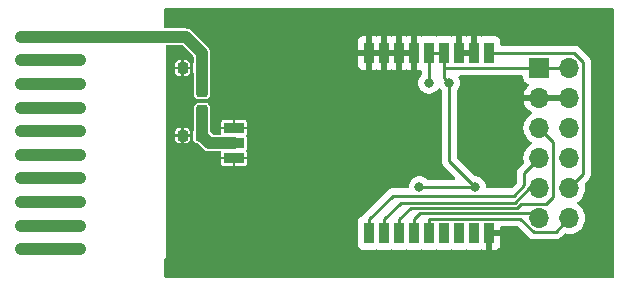
<source format=gbr>
%TF.GenerationSoftware,KiCad,Pcbnew,7.0.4*%
%TF.CreationDate,2023-05-26T13:22:51+02:00*%
%TF.ProjectId,RC_ST_868_PMOD,52435f53-545f-4383-9638-5f504d4f442e,rev?*%
%TF.SameCoordinates,Original*%
%TF.FileFunction,Copper,L1,Top*%
%TF.FilePolarity,Positive*%
%FSLAX46Y46*%
G04 Gerber Fmt 4.6, Leading zero omitted, Abs format (unit mm)*
G04 Created by KiCad (PCBNEW 7.0.4) date 2023-05-26 13:22:51*
%MOMM*%
%LPD*%
G01*
G04 APERTURE LIST*
G04 Aperture macros list*
%AMRoundRect*
0 Rectangle with rounded corners*
0 $1 Rounding radius*
0 $2 $3 $4 $5 $6 $7 $8 $9 X,Y pos of 4 corners*
0 Add a 4 corners polygon primitive as box body*
4,1,4,$2,$3,$4,$5,$6,$7,$8,$9,$2,$3,0*
0 Add four circle primitives for the rounded corners*
1,1,$1+$1,$2,$3*
1,1,$1+$1,$4,$5*
1,1,$1+$1,$6,$7*
1,1,$1+$1,$8,$9*
0 Add four rect primitives between the rounded corners*
20,1,$1+$1,$2,$3,$4,$5,0*
20,1,$1+$1,$4,$5,$6,$7,0*
20,1,$1+$1,$6,$7,$8,$9,0*
20,1,$1+$1,$8,$9,$2,$3,0*%
%AMOutline4P*
0 Free polygon, 4 corners , with rotation*
0 The origin of the aperture is its center*
0 number of corners: always 4*
0 $1 to $8 corner X, Y*
0 $9 Rotation angle, in degrees counterclockwise*
0 create outline with 4 corners*
4,1,4,$1,$2,$3,$4,$5,$6,$7,$8,$1,$2,$9*%
G04 Aperture macros list end*
%TA.AperFunction,EtchedComponent*%
%ADD10C,1.000000*%
%TD*%
%TA.AperFunction,ComponentPad*%
%ADD11R,1.700000X1.700000*%
%TD*%
%TA.AperFunction,ComponentPad*%
%ADD12O,1.700000X1.700000*%
%TD*%
%TA.AperFunction,SMDPad,CuDef*%
%ADD13RoundRect,0.225000X0.225000X0.250000X-0.225000X0.250000X-0.225000X-0.250000X0.225000X-0.250000X0*%
%TD*%
%TA.AperFunction,SMDPad,CuDef*%
%ADD14RoundRect,0.218750X0.256250X-0.218750X0.256250X0.218750X-0.256250X0.218750X-0.256250X-0.218750X0*%
%TD*%
%TA.AperFunction,ComponentPad*%
%ADD15C,1.000000*%
%TD*%
%TA.AperFunction,SMDPad,CuDef*%
%ADD16Outline4P,-0.350000X-0.400000X0.350000X-0.400000X0.050000X0.400000X-0.050000X0.400000X270.000000*%
%TD*%
%TA.AperFunction,SMDPad,CuDef*%
%ADD17R,0.900000X1.800000*%
%TD*%
%TA.AperFunction,SMDPad,CuDef*%
%ADD18R,1.800000X0.900000*%
%TD*%
%TA.AperFunction,ViaPad*%
%ADD19C,0.800000*%
%TD*%
%TA.AperFunction,Conductor*%
%ADD20C,0.250000*%
%TD*%
%TA.AperFunction,Conductor*%
%ADD21C,1.000000*%
%TD*%
G04 APERTURE END LIST*
D10*
%TO.C,AE1*%
X105960000Y-58530000D02*
X110960000Y-58530000D01*
X105960000Y-56530000D02*
X110960000Y-56530000D01*
X105960000Y-54530000D02*
X110960000Y-54530000D01*
X105960000Y-52530000D02*
X110960000Y-52530000D01*
X105960000Y-50530000D02*
X110960000Y-50530000D01*
X105960000Y-48530000D02*
X110960000Y-48530000D01*
X105960000Y-46530000D02*
X110960000Y-46530000D01*
X105960000Y-44530000D02*
X110960000Y-44530000D01*
X105960000Y-42530000D02*
X110960000Y-42530000D01*
X116960000Y-40530000D02*
X105960000Y-40530000D01*
%TD*%
D11*
%TO.P,J1,1,Pin_1*%
%TO.N,VCC*%
X149860000Y-43180000D03*
D12*
%TO.P,J1,2,Pin_2*%
X152400000Y-43180000D03*
%TO.P,J1,3,Pin_3*%
%TO.N,GND*%
X149860000Y-45720000D03*
%TO.P,J1,4,Pin_4*%
X152400000Y-45720000D03*
%TO.P,J1,5,Pin_5*%
%TO.N,SCK*%
X149860000Y-48260000D03*
%TO.P,J1,6,Pin_6*%
%TO.N,unconnected-(J1-Pin_6-Pad6)*%
X152400000Y-48260000D03*
%TO.P,J1,7,Pin_7*%
%TO.N,MISO*%
X149860000Y-50800000D03*
%TO.P,J1,8,Pin_8*%
%TO.N,nCS2*%
X152400000Y-50800000D03*
%TO.P,J1,9,Pin_9*%
%TO.N,MOSI*%
X149860000Y-53340000D03*
%TO.P,J1,10,Pin_10*%
%TO.N,RESET*%
X152400000Y-53340000D03*
%TO.P,J1,11,Pin_11*%
%TO.N,nCS*%
X149860000Y-55880000D03*
%TO.P,J1,12,Pin_12*%
%TO.N,IRQ*%
X152400000Y-55880000D03*
%TD*%
D13*
%TO.P,M1,1*%
%TO.N,Net-(U1-ANT)*%
X121197500Y-48895000D03*
%TO.P,M1,2*%
%TO.N,GND*%
X119647500Y-48895000D03*
%TD*%
D14*
%TO.P,M2,1*%
%TO.N,Net-(U1-ANT)*%
X121285000Y-46747500D03*
%TO.P,M2,2*%
%TO.N,Net-(AE1-A)*%
X121285000Y-45172500D03*
%TD*%
D13*
%TO.P,M3,1*%
%TO.N,Net-(AE1-A)*%
X121197500Y-43180000D03*
%TO.P,M3,2*%
%TO.N,GND*%
X119647500Y-43180000D03*
%TD*%
D15*
%TO.P,AE1,*%
%TO.N,*%
X105960000Y-58530000D03*
X110960000Y-58530000D03*
X105960000Y-56530000D03*
X110960000Y-56530000D03*
X105960000Y-54530000D03*
X110960000Y-54530000D03*
X105960000Y-52530000D03*
X110960000Y-52530000D03*
X105960000Y-50530000D03*
X110960000Y-50530000D03*
X105960000Y-48530000D03*
X110960000Y-48530000D03*
X105960000Y-46530000D03*
X110960000Y-46530000D03*
X105960000Y-44530000D03*
X110960000Y-44530000D03*
X105960000Y-42530000D03*
X110960000Y-42530000D03*
X105960000Y-40530000D03*
D16*
%TO.P,AE1,1,A*%
%TO.N,Net-(AE1-A)*%
X117660000Y-40530000D03*
%TD*%
D17*
%TO.P,U1,1,MISO*%
%TO.N,MISO*%
X135430000Y-57155000D03*
%TO.P,U1,2,MOSI*%
%TO.N,MOSI*%
X136700000Y-57155000D03*
%TO.P,U1,3,SCLK*%
%TO.N,SCK*%
X137970000Y-57155000D03*
%TO.P,U1,4,~{CS}*%
%TO.N,nCS*%
X139240000Y-57155000D03*
%TO.P,U1,5,GPIO0*%
%TO.N,IRQ*%
X140510000Y-57155000D03*
%TO.P,U1,6,GPIO1*%
%TO.N,unconnected-(U1-GPIO1-Pad6)*%
X141780000Y-57155000D03*
%TO.P,U1,7,GPIO2*%
%TO.N,unconnected-(U1-GPIO2-Pad7)*%
X143050000Y-57155000D03*
%TO.P,U1,8,GPIO3*%
%TO.N,unconnected-(U1-GPIO3-Pad8)*%
X144320000Y-57155000D03*
%TO.P,U1,9,GND*%
%TO.N,GND*%
X145590000Y-57155000D03*
%TO.P,U1,10,SDN*%
%TO.N,RESET*%
X145590000Y-41905000D03*
%TO.P,U1,11,GND*%
%TO.N,GND*%
X144320000Y-41905000D03*
%TO.P,U1,12,GND*%
X143050000Y-41905000D03*
%TO.P,U1,13,VCC*%
%TO.N,VCC*%
X141780000Y-41905000D03*
%TO.P,U1,14,VCC*%
X140510000Y-41905000D03*
%TO.P,U1,15,GND*%
%TO.N,GND*%
X139240000Y-41905000D03*
%TO.P,U1,16,GND*%
X137970000Y-41905000D03*
%TO.P,U1,17,GND*%
X136700000Y-41905000D03*
%TO.P,U1,18,GND*%
X135430000Y-41905000D03*
D18*
%TO.P,U1,19,GND*%
X124000000Y-48255000D03*
%TO.P,U1,20,ANT*%
%TO.N,Net-(U1-ANT)*%
X124000000Y-49525000D03*
%TO.P,U1,21,GND*%
%TO.N,GND*%
X124000000Y-50795000D03*
%TD*%
D19*
%TO.N,GND*%
X123825000Y-60325000D03*
X140970000Y-50800000D03*
X118745000Y-60325000D03*
X153035000Y-38735000D03*
X149225000Y-38735000D03*
X141605000Y-38735000D03*
X147320000Y-44450000D03*
X155575000Y-48895000D03*
X155575000Y-50165000D03*
X138430000Y-44450000D03*
X155575000Y-56515000D03*
X155575000Y-45085000D03*
X126365000Y-38735000D03*
X132715000Y-38735000D03*
X136525000Y-60325000D03*
X140335000Y-60325000D03*
X130175000Y-60325000D03*
X146685000Y-38735000D03*
X133985000Y-38735000D03*
X155575000Y-41275000D03*
X139065000Y-60325000D03*
X135255000Y-60325000D03*
X155575000Y-43815000D03*
X127635000Y-60325000D03*
X133985000Y-60325000D03*
X131445000Y-38735000D03*
X154305000Y-38735000D03*
X122555000Y-38735000D03*
X128905000Y-38735000D03*
X155575000Y-60325000D03*
X121285000Y-38735000D03*
X131445000Y-60325000D03*
X155575000Y-55245000D03*
X144145000Y-38735000D03*
X150495000Y-60325000D03*
X137795000Y-38735000D03*
X155575000Y-38735000D03*
X155575000Y-46355000D03*
X136525000Y-38735000D03*
X155575000Y-52705000D03*
X132715000Y-60325000D03*
X155575000Y-59055000D03*
X125095000Y-60325000D03*
X144145000Y-60325000D03*
X145415000Y-38735000D03*
X155575000Y-57785000D03*
X142875000Y-38735000D03*
X148590000Y-49530000D03*
X147955000Y-38735000D03*
X144145000Y-44450000D03*
X154305000Y-60325000D03*
X122555000Y-60325000D03*
X123825000Y-38735000D03*
X120015000Y-60325000D03*
X128905000Y-60325000D03*
X118745000Y-38735000D03*
X155575000Y-42545000D03*
X120015000Y-38735000D03*
X137795000Y-60325000D03*
X121285000Y-60325000D03*
X140335000Y-38735000D03*
X149225000Y-60325000D03*
X151765000Y-38735000D03*
X130175000Y-38735000D03*
X125095000Y-38735000D03*
X150495000Y-38735000D03*
X155575000Y-47625000D03*
X155575000Y-40005000D03*
X153035000Y-60325000D03*
X127635000Y-38735000D03*
X135255000Y-38735000D03*
X126365000Y-60325000D03*
X146685000Y-60325000D03*
X145415000Y-60325000D03*
X151765000Y-60325000D03*
X147955000Y-60325000D03*
X155575000Y-53975000D03*
X155575000Y-51435000D03*
X139065000Y-38735000D03*
X140970000Y-47625000D03*
X141605000Y-60325000D03*
X142875000Y-60325000D03*
%TO.N,nCS*%
X139240000Y-57155000D03*
%TO.N,VCC*%
X140505000Y-44450000D03*
X144422500Y-53250500D03*
X139700000Y-53250500D03*
X142240000Y-44450000D03*
%TD*%
D20*
%TO.N,nCS*%
X139765000Y-55480000D02*
X149460000Y-55480000D01*
X149460000Y-55480000D02*
X149860000Y-55880000D01*
X139240000Y-56005000D02*
X139765000Y-55480000D01*
X139240000Y-57155000D02*
X139240000Y-56005000D01*
%TO.N,SCK*%
X138945000Y-55030000D02*
X147955000Y-55030000D01*
X151035000Y-49435000D02*
X149860000Y-48260000D01*
X150400000Y-54705000D02*
X151035000Y-54070000D01*
X137970000Y-57155000D02*
X137970000Y-56005000D01*
X147955000Y-55030000D02*
X148280000Y-54705000D01*
X137970000Y-56005000D02*
X138945000Y-55030000D01*
X148280000Y-54705000D02*
X150400000Y-54705000D01*
X151035000Y-54070000D02*
X151035000Y-49435000D01*
%TO.N,MOSI*%
X147768604Y-54580000D02*
X149008604Y-53340000D01*
X136700000Y-56005000D02*
X138125000Y-54580000D01*
X136700000Y-57155000D02*
X136700000Y-56005000D01*
X138125000Y-54580000D02*
X147768604Y-54580000D01*
X149008604Y-53340000D02*
X149860000Y-53340000D01*
%TO.N,MISO*%
X135430000Y-56005000D02*
X137460000Y-53975000D01*
X148590000Y-52070000D02*
X149860000Y-50800000D01*
X137460000Y-53975000D02*
X147737208Y-53975000D01*
X147737208Y-53975000D02*
X148590000Y-53122208D01*
X148590000Y-53122208D02*
X148590000Y-52070000D01*
X135430000Y-57155000D02*
X135430000Y-56005000D01*
%TO.N,VCC*%
X141780000Y-41905000D02*
X141780000Y-43055000D01*
X140510000Y-41905000D02*
X141780000Y-41905000D01*
X139700000Y-53250500D02*
X144422500Y-53250500D01*
X144422500Y-53250500D02*
X142240000Y-51068000D01*
X140510000Y-41905000D02*
X140510000Y-44445000D01*
X149860000Y-43180000D02*
X152400000Y-43180000D01*
X141780000Y-43990000D02*
X141780000Y-41905000D01*
X141905000Y-43180000D02*
X149860000Y-43180000D01*
X141780000Y-43055000D02*
X141905000Y-43180000D01*
X140510000Y-44445000D02*
X140505000Y-44450000D01*
X142240000Y-44450000D02*
X141780000Y-43990000D01*
X142240000Y-51068000D02*
X142240000Y-44450000D01*
D21*
%TO.N,Net-(AE1-A)*%
X119795000Y-40530000D02*
X119905000Y-40530000D01*
X121285000Y-41910000D02*
X121285000Y-45085000D01*
X121285000Y-41910000D02*
X120015000Y-40640000D01*
X115000000Y-40530000D02*
X119795000Y-40530000D01*
%TO.N,Net-(U1-ANT)*%
X121915000Y-49525000D02*
X121285000Y-48895000D01*
X121285000Y-46835000D02*
X121285000Y-48895000D01*
X124000000Y-49525000D02*
X121915000Y-49525000D01*
D20*
%TO.N,IRQ*%
X149373299Y-57055000D02*
X151225000Y-57055000D01*
X140585000Y-55930000D02*
X148248299Y-55930000D01*
X151225000Y-57055000D02*
X152400000Y-55880000D01*
X148248299Y-55930000D02*
X149373299Y-57055000D01*
X140510000Y-56005000D02*
X140585000Y-55930000D01*
X140510000Y-57155000D02*
X140510000Y-56005000D01*
%TO.N,RESET*%
X152786701Y-41905000D02*
X153575000Y-42693299D01*
X153575000Y-52165000D02*
X152400000Y-53340000D01*
X153575000Y-42693299D02*
X153575000Y-52165000D01*
X145590000Y-41905000D02*
X152786701Y-41905000D01*
%TD*%
%TA.AperFunction,Conductor*%
%TO.N,GND*%
G36*
X148451622Y-43825502D02*
G01*
X148498115Y-43879158D01*
X148509501Y-43931500D01*
X148509501Y-44077864D01*
X148509502Y-44077885D01*
X148515908Y-44137480D01*
X148515908Y-44137481D01*
X148566201Y-44272326D01*
X148566203Y-44272329D01*
X148652453Y-44387546D01*
X148667690Y-44398952D01*
X148767669Y-44473796D01*
X148767671Y-44473796D01*
X148767673Y-44473798D01*
X148885162Y-44517618D01*
X148941998Y-44560164D01*
X148966810Y-44626684D01*
X148951719Y-44696058D01*
X148933833Y-44721011D01*
X148784674Y-44883041D01*
X148661580Y-45071451D01*
X148571179Y-45277543D01*
X148571176Y-45277550D01*
X148523455Y-45465999D01*
X148523456Y-45466000D01*
X149428884Y-45466000D01*
X149400507Y-45510156D01*
X149360000Y-45648111D01*
X149360000Y-45791889D01*
X149400507Y-45929844D01*
X149428884Y-45974000D01*
X148523455Y-45974000D01*
X148571176Y-46162449D01*
X148571179Y-46162456D01*
X148661580Y-46368548D01*
X148784674Y-46556958D01*
X148937097Y-46722534D01*
X149114698Y-46860767D01*
X149114704Y-46860771D01*
X149154816Y-46882479D01*
X149205206Y-46932493D01*
X149220558Y-47001810D01*
X149195996Y-47068422D01*
X149167117Y-47096505D01*
X148988602Y-47221502D01*
X148988596Y-47221507D01*
X148821507Y-47388596D01*
X148821498Y-47388607D01*
X148685966Y-47582167D01*
X148586098Y-47796334D01*
X148586096Y-47796338D01*
X148524937Y-48024588D01*
X148504341Y-48259999D01*
X148524937Y-48495411D01*
X148586096Y-48723661D01*
X148586097Y-48723663D01*
X148685965Y-48937830D01*
X148821505Y-49131401D01*
X148988599Y-49298495D01*
X148988602Y-49298497D01*
X149171819Y-49426787D01*
X149216147Y-49482244D01*
X149223456Y-49552863D01*
X149191425Y-49616224D01*
X149171819Y-49633213D01*
X148988602Y-49761502D01*
X148988596Y-49761507D01*
X148821507Y-49928596D01*
X148821498Y-49928607D01*
X148685966Y-50122167D01*
X148586098Y-50336334D01*
X148586096Y-50336338D01*
X148524937Y-50564588D01*
X148524937Y-50564592D01*
X148504341Y-50800000D01*
X148524937Y-51035408D01*
X148524938Y-51035413D01*
X148524937Y-51035413D01*
X148551556Y-51134758D01*
X148549866Y-51205735D01*
X148518944Y-51256463D01*
X148206365Y-51569042D01*
X148194031Y-51578925D01*
X148194228Y-51579163D01*
X148188123Y-51584213D01*
X148141450Y-51633913D01*
X148140077Y-51635330D01*
X148119878Y-51655530D01*
X148115647Y-51660983D01*
X148111800Y-51665486D01*
X148079940Y-51699414D01*
X148079935Y-51699421D01*
X148070357Y-51716843D01*
X148059508Y-51733358D01*
X148047331Y-51749056D01*
X148047327Y-51749064D01*
X148028839Y-51791784D01*
X148026228Y-51797114D01*
X148003802Y-51837909D01*
X147998860Y-51857158D01*
X147992458Y-51875857D01*
X147984561Y-51894105D01*
X147977279Y-51940079D01*
X147976075Y-51945890D01*
X147964500Y-51990981D01*
X147964500Y-52010855D01*
X147962949Y-52030565D01*
X147959840Y-52050195D01*
X147959840Y-52050196D01*
X147964220Y-52096534D01*
X147964500Y-52102467D01*
X147964500Y-52810926D01*
X147944498Y-52879047D01*
X147927595Y-52900021D01*
X147515020Y-53312596D01*
X147452710Y-53346620D01*
X147425927Y-53349500D01*
X145451816Y-53349500D01*
X145383695Y-53329498D01*
X145337202Y-53275842D01*
X145326506Y-53236670D01*
X145308174Y-53062243D01*
X145249681Y-52882221D01*
X145249677Y-52882213D01*
X145155034Y-52718285D01*
X145155033Y-52718283D01*
X145028373Y-52577613D01*
X144875232Y-52466350D01*
X144875232Y-52466349D01*
X144719678Y-52397092D01*
X144702303Y-52389356D01*
X144702301Y-52389355D01*
X144702300Y-52389355D01*
X144517146Y-52350000D01*
X144458780Y-52350000D01*
X144390659Y-52329998D01*
X144369685Y-52313095D01*
X142902405Y-50845814D01*
X142868379Y-50783502D01*
X142865500Y-50756719D01*
X142865500Y-45149454D01*
X142885502Y-45081333D01*
X142897864Y-45065143D01*
X142972533Y-44982216D01*
X143067179Y-44818284D01*
X143125674Y-44638256D01*
X143145460Y-44450000D01*
X143125674Y-44261744D01*
X143111622Y-44218497D01*
X143067181Y-44081721D01*
X143067178Y-44081714D01*
X143016825Y-43994500D01*
X143000087Y-43925505D01*
X143023307Y-43858413D01*
X143079115Y-43814526D01*
X143125944Y-43805500D01*
X148383501Y-43805500D01*
X148451622Y-43825502D01*
G37*
%TD.AperFunction*%
%TA.AperFunction,Conductor*%
G36*
X151940507Y-45510156D02*
G01*
X151900000Y-45648111D01*
X151900000Y-45791889D01*
X151940507Y-45929844D01*
X151968884Y-45974000D01*
X150291116Y-45974000D01*
X150319493Y-45929844D01*
X150360000Y-45791889D01*
X150360000Y-45648111D01*
X150319493Y-45510156D01*
X150291116Y-45466000D01*
X151968884Y-45466000D01*
X151940507Y-45510156D01*
G37*
%TD.AperFunction*%
%TA.AperFunction,Conductor*%
G36*
X156126621Y-38145502D02*
G01*
X156173114Y-38199158D01*
X156184500Y-38251500D01*
X156184500Y-60808500D01*
X156164498Y-60876621D01*
X156110842Y-60923114D01*
X156058500Y-60934500D01*
X127000000Y-60934500D01*
X127000000Y-58102864D01*
X134479500Y-58102864D01*
X134479502Y-58102885D01*
X134485908Y-58162480D01*
X134485908Y-58162481D01*
X134536201Y-58297326D01*
X134536203Y-58297329D01*
X134536204Y-58297331D01*
X134564845Y-58335591D01*
X134622453Y-58412546D01*
X134680061Y-58455671D01*
X134737669Y-58498796D01*
X134737671Y-58498796D01*
X134737673Y-58498798D01*
X134795000Y-58520179D01*
X134872514Y-58549090D01*
X134872517Y-58549091D01*
X134932127Y-58555500D01*
X135927872Y-58555499D01*
X135987483Y-58549091D01*
X136020967Y-58536601D01*
X136091782Y-58531536D01*
X136109029Y-58536601D01*
X136142514Y-58549090D01*
X136142517Y-58549091D01*
X136202127Y-58555500D01*
X137197872Y-58555499D01*
X137257483Y-58549091D01*
X137290967Y-58536601D01*
X137361782Y-58531536D01*
X137379029Y-58536601D01*
X137412514Y-58549090D01*
X137412517Y-58549091D01*
X137472127Y-58555500D01*
X138467872Y-58555499D01*
X138527483Y-58549091D01*
X138560967Y-58536601D01*
X138631782Y-58531536D01*
X138649029Y-58536601D01*
X138682514Y-58549090D01*
X138682517Y-58549091D01*
X138742127Y-58555500D01*
X139737872Y-58555499D01*
X139797483Y-58549091D01*
X139830967Y-58536601D01*
X139901782Y-58531536D01*
X139919029Y-58536601D01*
X139952514Y-58549090D01*
X139952517Y-58549091D01*
X140012127Y-58555500D01*
X141007872Y-58555499D01*
X141067483Y-58549091D01*
X141100967Y-58536601D01*
X141171782Y-58531536D01*
X141189029Y-58536601D01*
X141222514Y-58549090D01*
X141222517Y-58549091D01*
X141282127Y-58555500D01*
X142277872Y-58555499D01*
X142337483Y-58549091D01*
X142370967Y-58536601D01*
X142441782Y-58531536D01*
X142459029Y-58536601D01*
X142492514Y-58549090D01*
X142492517Y-58549091D01*
X142552127Y-58555500D01*
X143547872Y-58555499D01*
X143607483Y-58549091D01*
X143640967Y-58536601D01*
X143711782Y-58531536D01*
X143729029Y-58536601D01*
X143762514Y-58549090D01*
X143762517Y-58549091D01*
X143822127Y-58555500D01*
X144817872Y-58555499D01*
X144877483Y-58549091D01*
X144900238Y-58540603D01*
X144971051Y-58535539D01*
X144988300Y-58540604D01*
X145030902Y-58556493D01*
X145030906Y-58556494D01*
X145091402Y-58562999D01*
X145091415Y-58563000D01*
X145336000Y-58563000D01*
X145336000Y-57409000D01*
X145844000Y-57409000D01*
X145844000Y-58563000D01*
X146088585Y-58563000D01*
X146088597Y-58562999D01*
X146149093Y-58556494D01*
X146285964Y-58505444D01*
X146285965Y-58505444D01*
X146402904Y-58417904D01*
X146490444Y-58300965D01*
X146490444Y-58300964D01*
X146541494Y-58164093D01*
X146547999Y-58103597D01*
X146548000Y-58103585D01*
X146548000Y-57409000D01*
X145844000Y-57409000D01*
X145336000Y-57409000D01*
X145336000Y-57027000D01*
X145356002Y-56958879D01*
X145409658Y-56912386D01*
X145462000Y-56901000D01*
X146548000Y-56901000D01*
X146548000Y-56681500D01*
X146568002Y-56613379D01*
X146621658Y-56566886D01*
X146674000Y-56555500D01*
X147937018Y-56555500D01*
X148005139Y-56575502D01*
X148026114Y-56592405D01*
X148872342Y-57438634D01*
X148882222Y-57450967D01*
X148882461Y-57450770D01*
X148887510Y-57456872D01*
X148887513Y-57456877D01*
X148937227Y-57503562D01*
X148938616Y-57504908D01*
X148948300Y-57514592D01*
X148958823Y-57525116D01*
X148958830Y-57525122D01*
X148964270Y-57529342D01*
X148968784Y-57533197D01*
X149002717Y-57565062D01*
X149020138Y-57574639D01*
X149036651Y-57585485D01*
X149052363Y-57597673D01*
X149091943Y-57614800D01*
X149095083Y-57616159D01*
X149100413Y-57618770D01*
X149141207Y-57641197D01*
X149160463Y-57646141D01*
X149179156Y-57652541D01*
X149197403Y-57660437D01*
X149243382Y-57667719D01*
X149249163Y-57668915D01*
X149294280Y-57680500D01*
X149314155Y-57680500D01*
X149333865Y-57682051D01*
X149335021Y-57682234D01*
X149353495Y-57685160D01*
X149387696Y-57681927D01*
X149399834Y-57680780D01*
X149405767Y-57680500D01*
X151142034Y-57680500D01*
X151157743Y-57682234D01*
X151157773Y-57681927D01*
X151165665Y-57682673D01*
X151165666Y-57682672D01*
X151165667Y-57682673D01*
X151196297Y-57681710D01*
X151233830Y-57680531D01*
X151235809Y-57680500D01*
X151264345Y-57680500D01*
X151264350Y-57680500D01*
X151271179Y-57679636D01*
X151277088Y-57679171D01*
X151323627Y-57677709D01*
X151342711Y-57672163D01*
X151362070Y-57668154D01*
X151381792Y-57665664D01*
X151425080Y-57648524D01*
X151430680Y-57646606D01*
X151475390Y-57633618D01*
X151492498Y-57623499D01*
X151510245Y-57614805D01*
X151528732Y-57607486D01*
X151566396Y-57580120D01*
X151571344Y-57576869D01*
X151611420Y-57553170D01*
X151625475Y-57539114D01*
X151640511Y-57526273D01*
X151656587Y-57514594D01*
X151686270Y-57478711D01*
X151690237Y-57474351D01*
X151943537Y-57221051D01*
X152005847Y-57187027D01*
X152065237Y-57188440D01*
X152164592Y-57215063D01*
X152400000Y-57235659D01*
X152635408Y-57215063D01*
X152863663Y-57153903D01*
X153077830Y-57054035D01*
X153271401Y-56918495D01*
X153438495Y-56751401D01*
X153574035Y-56557830D01*
X153673903Y-56343663D01*
X153735063Y-56115408D01*
X153755659Y-55880000D01*
X153735063Y-55644592D01*
X153673903Y-55416337D01*
X153574035Y-55202171D01*
X153574034Y-55202170D01*
X153574033Y-55202167D01*
X153438501Y-55008607D01*
X153438497Y-55008602D01*
X153438495Y-55008599D01*
X153271401Y-54841505D01*
X153271397Y-54841502D01*
X153088181Y-54713212D01*
X153043853Y-54657755D01*
X153036544Y-54587135D01*
X153068575Y-54523775D01*
X153088179Y-54506788D01*
X153271401Y-54378495D01*
X153438495Y-54211401D01*
X153574035Y-54017830D01*
X153673903Y-53803663D01*
X153735063Y-53575408D01*
X153755659Y-53340000D01*
X153735063Y-53104592D01*
X153708442Y-53005239D01*
X153710132Y-52934265D01*
X153741052Y-52883537D01*
X153958632Y-52665957D01*
X153970963Y-52656081D01*
X153970765Y-52655842D01*
X153976868Y-52650791D01*
X153976877Y-52650786D01*
X154023579Y-52601052D01*
X154024893Y-52599696D01*
X154045120Y-52579471D01*
X154049349Y-52574017D01*
X154053182Y-52569529D01*
X154085062Y-52535582D01*
X154094638Y-52518160D01*
X154105493Y-52501636D01*
X154117673Y-52485936D01*
X154136172Y-52443185D01*
X154138762Y-52437899D01*
X154161197Y-52397092D01*
X154166137Y-52377847D01*
X154172544Y-52359135D01*
X154180438Y-52340896D01*
X154187724Y-52294887D01*
X154188921Y-52289111D01*
X154200500Y-52244019D01*
X154200500Y-52224143D01*
X154202051Y-52204434D01*
X154202321Y-52202727D01*
X154205160Y-52184804D01*
X154203379Y-52165965D01*
X154200780Y-52138463D01*
X154200500Y-52132531D01*
X154200500Y-42776258D01*
X154202234Y-42760548D01*
X154201926Y-42760519D01*
X154202672Y-42752631D01*
X154200531Y-42684486D01*
X154200500Y-42682507D01*
X154200500Y-42653953D01*
X154200500Y-42653949D01*
X154199634Y-42647100D01*
X154199171Y-42641217D01*
X154197709Y-42594672D01*
X154192163Y-42575587D01*
X154188154Y-42556221D01*
X154185665Y-42536512D01*
X154185664Y-42536510D01*
X154185664Y-42536507D01*
X154168522Y-42493212D01*
X154166606Y-42487616D01*
X154153618Y-42442909D01*
X154143498Y-42425798D01*
X154134799Y-42408040D01*
X154127486Y-42389567D01*
X154100126Y-42351910D01*
X154096864Y-42346944D01*
X154073171Y-42306878D01*
X154059117Y-42292824D01*
X154046277Y-42277791D01*
X154034595Y-42261713D01*
X154034593Y-42261711D01*
X154027398Y-42255759D01*
X153998718Y-42232033D01*
X153994345Y-42228053D01*
X153287661Y-41521368D01*
X153277777Y-41509031D01*
X153277538Y-41509229D01*
X153272489Y-41503126D01*
X153272487Y-41503123D01*
X153272483Y-41503119D01*
X153222756Y-41456421D01*
X153221366Y-41455074D01*
X153211255Y-41444963D01*
X153201177Y-41434884D01*
X153201170Y-41434878D01*
X153195724Y-41430652D01*
X153191215Y-41426801D01*
X153157284Y-41394938D01*
X153157282Y-41394937D01*
X153139858Y-41385358D01*
X153123334Y-41374503D01*
X153107638Y-41362328D01*
X153107637Y-41362327D01*
X153085293Y-41352657D01*
X153064907Y-41343835D01*
X153059576Y-41341223D01*
X153018795Y-41318804D01*
X153018791Y-41318802D01*
X152999547Y-41313861D01*
X152980844Y-41307458D01*
X152962597Y-41299562D01*
X152962594Y-41299561D01*
X152916624Y-41292280D01*
X152910812Y-41291076D01*
X152865721Y-41279500D01*
X152865720Y-41279500D01*
X152845845Y-41279500D01*
X152826135Y-41277949D01*
X152806505Y-41274840D01*
X152806504Y-41274840D01*
X152760166Y-41279220D01*
X152754233Y-41279500D01*
X146666499Y-41279500D01*
X146598378Y-41259498D01*
X146551885Y-41205842D01*
X146540499Y-41153500D01*
X146540499Y-40957135D01*
X146540499Y-40957128D01*
X146534091Y-40897517D01*
X146512800Y-40840435D01*
X146483798Y-40762673D01*
X146483796Y-40762670D01*
X146483796Y-40762669D01*
X146440671Y-40705061D01*
X146397546Y-40647453D01*
X146320591Y-40589845D01*
X146282331Y-40561204D01*
X146282329Y-40561203D01*
X146282326Y-40561201D01*
X146147483Y-40510909D01*
X146147486Y-40510909D01*
X146087873Y-40504500D01*
X145092135Y-40504500D01*
X145092114Y-40504502D01*
X145032517Y-40510908D01*
X145032515Y-40510909D01*
X145009758Y-40519396D01*
X144938942Y-40524458D01*
X144921699Y-40519395D01*
X144879095Y-40503505D01*
X144879096Y-40503505D01*
X144818597Y-40497000D01*
X144574000Y-40497000D01*
X144574000Y-42033000D01*
X144553998Y-42101121D01*
X144500342Y-42147614D01*
X144448000Y-42159000D01*
X142922000Y-42159000D01*
X142853879Y-42138998D01*
X142807386Y-42085342D01*
X142796000Y-42033000D01*
X142796000Y-40497000D01*
X143304000Y-40497000D01*
X143304000Y-41651000D01*
X144066000Y-41651000D01*
X144066000Y-40497000D01*
X143821402Y-40497000D01*
X143760906Y-40503505D01*
X143729030Y-40515394D01*
X143658214Y-40520457D01*
X143640970Y-40515394D01*
X143609093Y-40503505D01*
X143548597Y-40497000D01*
X143304000Y-40497000D01*
X142796000Y-40497000D01*
X142551402Y-40497000D01*
X142490904Y-40503505D01*
X142448297Y-40519396D01*
X142377481Y-40524459D01*
X142360240Y-40519396D01*
X142337488Y-40510910D01*
X142337484Y-40510909D01*
X142337483Y-40510909D01*
X142277873Y-40504500D01*
X141282135Y-40504500D01*
X141282114Y-40504502D01*
X141222520Y-40510908D01*
X141222516Y-40510909D01*
X141189030Y-40523398D01*
X141118214Y-40528461D01*
X141100970Y-40523398D01*
X141067486Y-40510910D01*
X141067484Y-40510909D01*
X141007873Y-40504500D01*
X140012135Y-40504500D01*
X140012114Y-40504502D01*
X139952517Y-40510908D01*
X139952515Y-40510909D01*
X139929758Y-40519396D01*
X139858942Y-40524458D01*
X139841699Y-40519395D01*
X139799095Y-40503505D01*
X139799096Y-40503505D01*
X139738597Y-40497000D01*
X139494000Y-40497000D01*
X139494000Y-43313000D01*
X139738585Y-43313000D01*
X139738593Y-43312999D01*
X139745021Y-43312308D01*
X139814890Y-43324908D01*
X139866856Y-43373282D01*
X139884500Y-43437585D01*
X139884500Y-43744991D01*
X139864498Y-43813112D01*
X139852137Y-43829301D01*
X139772464Y-43917787D01*
X139677822Y-44081713D01*
X139677818Y-44081721D01*
X139619325Y-44261743D01*
X139599540Y-44449999D01*
X139619325Y-44638256D01*
X139677818Y-44818278D01*
X139677822Y-44818286D01*
X139772465Y-44982214D01*
X139772466Y-44982216D01*
X139899126Y-45122886D01*
X140052267Y-45234149D01*
X140052267Y-45234150D01*
X140099612Y-45255229D01*
X140225197Y-45311144D01*
X140410354Y-45350500D01*
X140599646Y-45350500D01*
X140784803Y-45311144D01*
X140957730Y-45234151D01*
X140957730Y-45234150D01*
X140957732Y-45234150D01*
X140957732Y-45234149D01*
X141110871Y-45122888D01*
X141148288Y-45081333D01*
X141237532Y-44982217D01*
X141263380Y-44937447D01*
X141314762Y-44888453D01*
X141384476Y-44875016D01*
X141450387Y-44901402D01*
X141481619Y-44937446D01*
X141507465Y-44982214D01*
X141507467Y-44982216D01*
X141564218Y-45045244D01*
X141582136Y-45065143D01*
X141612853Y-45129150D01*
X141614500Y-45149454D01*
X141614500Y-50985034D01*
X141612765Y-51000745D01*
X141613073Y-51000775D01*
X141612326Y-51008667D01*
X141614469Y-51076830D01*
X141614500Y-51078809D01*
X141614500Y-51107351D01*
X141615362Y-51114182D01*
X141615828Y-51120096D01*
X141617290Y-51166623D01*
X141617291Y-51166627D01*
X141622836Y-51185715D01*
X141626843Y-51205065D01*
X141629335Y-51224788D01*
X141629336Y-51224791D01*
X141646470Y-51268070D01*
X141648393Y-51273686D01*
X141661381Y-51318387D01*
X141661381Y-51318389D01*
X141671500Y-51335500D01*
X141680192Y-51353244D01*
X141687510Y-51371724D01*
X141687513Y-51371730D01*
X141714874Y-51409390D01*
X141718134Y-51414353D01*
X141741830Y-51454420D01*
X141755883Y-51468473D01*
X141768721Y-51483504D01*
X141780405Y-51499586D01*
X141816276Y-51529261D01*
X141820657Y-51533247D01*
X142697315Y-52409906D01*
X142731340Y-52472217D01*
X142726275Y-52543033D01*
X142683728Y-52599868D01*
X142617208Y-52624679D01*
X142608219Y-52625000D01*
X140404639Y-52625000D01*
X140336518Y-52604998D01*
X140311004Y-52583312D01*
X140305872Y-52577612D01*
X140152732Y-52466350D01*
X140152732Y-52466349D01*
X139997178Y-52397092D01*
X139979803Y-52389356D01*
X139979801Y-52389355D01*
X139979800Y-52389355D01*
X139794646Y-52350000D01*
X139605354Y-52350000D01*
X139420199Y-52389355D01*
X139247267Y-52466349D01*
X139247267Y-52466350D01*
X139094126Y-52577613D01*
X138967466Y-52718283D01*
X138967465Y-52718285D01*
X138872822Y-52882213D01*
X138872818Y-52882221D01*
X138814325Y-53062243D01*
X138795994Y-53236670D01*
X138768981Y-53302327D01*
X138710760Y-53342957D01*
X138670684Y-53349500D01*
X137542966Y-53349500D01*
X137527256Y-53347765D01*
X137527227Y-53348073D01*
X137519334Y-53347326D01*
X137451156Y-53349469D01*
X137449177Y-53349500D01*
X137420645Y-53349500D01*
X137413814Y-53350362D01*
X137407906Y-53350827D01*
X137361374Y-53352289D01*
X137361365Y-53352291D01*
X137342273Y-53357837D01*
X137322925Y-53361844D01*
X137303211Y-53364335D01*
X137303207Y-53364336D01*
X137259928Y-53381470D01*
X137254313Y-53383393D01*
X137209610Y-53396382D01*
X137192494Y-53406503D01*
X137174753Y-53415194D01*
X137156268Y-53422513D01*
X137118614Y-53449870D01*
X137113653Y-53453129D01*
X137073580Y-53476829D01*
X137059522Y-53490887D01*
X137044497Y-53503719D01*
X137034963Y-53510646D01*
X137028411Y-53515407D01*
X136998738Y-53551276D01*
X136994742Y-53555667D01*
X135046365Y-55504042D01*
X135034031Y-55513925D01*
X135034228Y-55514163D01*
X135028123Y-55519213D01*
X134981450Y-55568913D01*
X134980077Y-55570330D01*
X134959878Y-55590530D01*
X134955647Y-55595983D01*
X134951800Y-55600486D01*
X134919940Y-55634414D01*
X134919935Y-55634421D01*
X134910357Y-55651843D01*
X134899508Y-55668358D01*
X134887331Y-55684056D01*
X134887324Y-55684068D01*
X134871836Y-55719857D01*
X134826423Y-55774430D01*
X134800236Y-55787867D01*
X134737668Y-55811204D01*
X134622453Y-55897453D01*
X134536203Y-56012670D01*
X134536201Y-56012673D01*
X134485909Y-56147515D01*
X134479500Y-56207121D01*
X134479500Y-58102864D01*
X127000000Y-58102864D01*
X127000000Y-42159000D01*
X134472000Y-42159000D01*
X134472000Y-42853597D01*
X134478505Y-42914093D01*
X134529555Y-43050964D01*
X134529555Y-43050965D01*
X134617095Y-43167904D01*
X134734034Y-43255444D01*
X134870906Y-43306494D01*
X134931402Y-43312999D01*
X134931415Y-43313000D01*
X135176000Y-43313000D01*
X135176000Y-42159000D01*
X135684000Y-42159000D01*
X135684000Y-43313000D01*
X135928585Y-43313000D01*
X135928597Y-43312999D01*
X135989093Y-43306494D01*
X135989098Y-43306493D01*
X136020966Y-43294607D01*
X136091782Y-43289541D01*
X136109034Y-43294607D01*
X136140901Y-43306493D01*
X136140906Y-43306494D01*
X136201402Y-43312999D01*
X136201415Y-43313000D01*
X136446000Y-43313000D01*
X136446000Y-42159000D01*
X136954000Y-42159000D01*
X136954000Y-43313000D01*
X137198585Y-43313000D01*
X137198597Y-43312999D01*
X137259093Y-43306494D01*
X137259098Y-43306493D01*
X137290966Y-43294607D01*
X137361782Y-43289541D01*
X137379034Y-43294607D01*
X137410901Y-43306493D01*
X137410906Y-43306494D01*
X137471402Y-43312999D01*
X137471415Y-43313000D01*
X137716000Y-43313000D01*
X137716000Y-42159000D01*
X138224000Y-42159000D01*
X138224000Y-43313000D01*
X138468585Y-43313000D01*
X138468597Y-43312999D01*
X138529093Y-43306494D01*
X138529098Y-43306493D01*
X138560966Y-43294607D01*
X138631782Y-43289541D01*
X138649034Y-43294607D01*
X138680901Y-43306493D01*
X138680906Y-43306494D01*
X138741402Y-43312999D01*
X138741415Y-43313000D01*
X138986000Y-43313000D01*
X138986000Y-42159000D01*
X138224000Y-42159000D01*
X137716000Y-42159000D01*
X136954000Y-42159000D01*
X136446000Y-42159000D01*
X135684000Y-42159000D01*
X135176000Y-42159000D01*
X134472000Y-42159000D01*
X127000000Y-42159000D01*
X127000000Y-41651000D01*
X134472000Y-41651000D01*
X135176000Y-41651000D01*
X135176000Y-40497000D01*
X135684000Y-40497000D01*
X135684000Y-41651000D01*
X136446000Y-41651000D01*
X136446000Y-40497000D01*
X136954000Y-40497000D01*
X136954000Y-41651000D01*
X137716000Y-41651000D01*
X137716000Y-40497000D01*
X138224000Y-40497000D01*
X138224000Y-41651000D01*
X138986000Y-41651000D01*
X138986000Y-40497000D01*
X138741402Y-40497000D01*
X138680906Y-40503505D01*
X138649030Y-40515394D01*
X138578214Y-40520457D01*
X138560970Y-40515394D01*
X138529093Y-40503505D01*
X138468597Y-40497000D01*
X138224000Y-40497000D01*
X137716000Y-40497000D01*
X137471402Y-40497000D01*
X137410906Y-40503505D01*
X137379030Y-40515394D01*
X137308214Y-40520457D01*
X137290970Y-40515394D01*
X137259093Y-40503505D01*
X137198597Y-40497000D01*
X136954000Y-40497000D01*
X136446000Y-40497000D01*
X136201402Y-40497000D01*
X136140906Y-40503505D01*
X136109030Y-40515394D01*
X136038214Y-40520457D01*
X136020970Y-40515394D01*
X135989093Y-40503505D01*
X135928597Y-40497000D01*
X135684000Y-40497000D01*
X135176000Y-40497000D01*
X134931402Y-40497000D01*
X134870906Y-40503505D01*
X134734035Y-40554555D01*
X134734034Y-40554555D01*
X134617095Y-40642095D01*
X134529555Y-40759034D01*
X134529555Y-40759035D01*
X134478505Y-40895906D01*
X134472000Y-40956402D01*
X134472000Y-41651000D01*
X127000000Y-41651000D01*
X127000000Y-38125500D01*
X156058500Y-38125500D01*
X156126621Y-38145502D01*
G37*
%TD.AperFunction*%
%TD*%
%TA.AperFunction,Conductor*%
%TO.N,GND*%
G36*
X127000000Y-60934500D02*
G01*
X118209000Y-60934500D01*
X118150809Y-60915593D01*
X118114845Y-60866093D01*
X118110000Y-60835500D01*
X118110000Y-59329000D01*
X118128907Y-59270809D01*
X118178407Y-59234845D01*
X118209000Y-59230000D01*
X118259999Y-59230000D01*
X118260000Y-59230000D01*
X118260000Y-51264700D01*
X122900000Y-51264700D01*
X122911603Y-51323036D01*
X122955806Y-51389189D01*
X122955810Y-51389193D01*
X123021963Y-51433396D01*
X123080299Y-51444999D01*
X123080303Y-51445000D01*
X123899999Y-51445000D01*
X123900000Y-51444998D01*
X124100000Y-51444998D01*
X124100001Y-51445000D01*
X124919697Y-51445000D01*
X124919700Y-51444999D01*
X124978036Y-51433396D01*
X125044189Y-51389193D01*
X125044193Y-51389189D01*
X125088396Y-51323036D01*
X125099999Y-51264700D01*
X125100000Y-51264697D01*
X125100000Y-50895001D01*
X125099999Y-50895000D01*
X124100001Y-50895000D01*
X124100000Y-50895001D01*
X124100000Y-51444998D01*
X123900000Y-51444998D01*
X123900000Y-50895001D01*
X123899999Y-50895000D01*
X122900001Y-50895000D01*
X122900000Y-50895001D01*
X122900000Y-51264700D01*
X118260000Y-51264700D01*
X118260000Y-49178453D01*
X118997500Y-49178453D01*
X119013260Y-49277965D01*
X119013262Y-49277969D01*
X119074381Y-49397921D01*
X119169578Y-49493118D01*
X119289530Y-49554237D01*
X119289529Y-49554237D01*
X119389045Y-49569999D01*
X119547500Y-49569999D01*
X119547500Y-49569998D01*
X119747499Y-49569998D01*
X119747500Y-49569999D01*
X119905953Y-49569999D01*
X120005465Y-49554239D01*
X120005469Y-49554237D01*
X120125421Y-49493118D01*
X120220618Y-49397921D01*
X120281737Y-49277969D01*
X120297494Y-49178489D01*
X120547000Y-49178489D01*
X120562781Y-49278125D01*
X120562783Y-49278132D01*
X120623970Y-49398217D01*
X120623972Y-49398220D01*
X120719280Y-49493528D01*
X120719282Y-49493529D01*
X120839367Y-49554716D01*
X120839369Y-49554716D01*
X120839374Y-49554719D01*
X120917016Y-49567016D01*
X120942855Y-49571109D01*
X120942560Y-49572967D01*
X120992566Y-49593659D01*
X120998302Y-49598959D01*
X121403639Y-50004295D01*
X121405685Y-50006468D01*
X121447071Y-50053183D01*
X121447141Y-50053231D01*
X121498425Y-50088630D01*
X121500826Y-50090396D01*
X121549944Y-50128878D01*
X121560288Y-50133533D01*
X121561247Y-50133965D01*
X121576856Y-50142768D01*
X121582967Y-50146986D01*
X121587070Y-50149818D01*
X121645421Y-50171947D01*
X121648145Y-50173075D01*
X121705069Y-50198695D01*
X121717279Y-50200932D01*
X121734529Y-50205741D01*
X121746128Y-50210140D01*
X121808070Y-50217660D01*
X121810985Y-50218104D01*
X121872394Y-50229358D01*
X121934693Y-50225589D01*
X121937659Y-50225500D01*
X122801000Y-50225500D01*
X122859191Y-50244407D01*
X122895155Y-50293907D01*
X122900000Y-50324500D01*
X122900000Y-50694999D01*
X122900001Y-50695000D01*
X125099999Y-50695000D01*
X125100000Y-50694999D01*
X125100000Y-50325302D01*
X125099999Y-50325299D01*
X125088396Y-50266963D01*
X125053976Y-50215451D01*
X125037367Y-50156563D01*
X125053974Y-50105450D01*
X125088867Y-50053231D01*
X125100500Y-49994748D01*
X125100500Y-49055252D01*
X125088867Y-48996769D01*
X125053975Y-48944551D01*
X125037367Y-48885664D01*
X125053976Y-48834547D01*
X125088396Y-48783034D01*
X125099999Y-48724700D01*
X125100000Y-48724697D01*
X125100000Y-48355001D01*
X125099999Y-48355000D01*
X122900000Y-48355000D01*
X122900000Y-48725500D01*
X122881093Y-48783691D01*
X122831593Y-48819655D01*
X122801000Y-48824500D01*
X122246163Y-48824500D01*
X122187972Y-48805593D01*
X122176166Y-48795510D01*
X122014493Y-48633836D01*
X121986718Y-48579323D01*
X121985500Y-48563848D01*
X121985500Y-48154999D01*
X122900000Y-48154999D01*
X122900001Y-48155000D01*
X123899999Y-48155000D01*
X123900000Y-48154998D01*
X124100000Y-48154998D01*
X124100001Y-48155000D01*
X125099999Y-48155000D01*
X125100000Y-48154999D01*
X125100000Y-47785302D01*
X125099999Y-47785299D01*
X125088396Y-47726963D01*
X125044193Y-47660810D01*
X125044189Y-47660806D01*
X124978036Y-47616603D01*
X124919700Y-47605000D01*
X124100001Y-47605000D01*
X124100000Y-47605001D01*
X124100000Y-48154998D01*
X123900000Y-48154998D01*
X123900000Y-47605001D01*
X123899999Y-47605000D01*
X123080299Y-47605000D01*
X123021963Y-47616603D01*
X122955810Y-47660806D01*
X122955806Y-47660810D01*
X122911603Y-47726963D01*
X122900000Y-47785299D01*
X122900000Y-48154999D01*
X121985500Y-48154999D01*
X121985500Y-46792628D01*
X121970140Y-46666128D01*
X121966933Y-46657671D01*
X121960500Y-46622567D01*
X121960500Y-46495751D01*
X121955491Y-46464130D01*
X121944951Y-46397580D01*
X121884658Y-46279249D01*
X121790751Y-46185342D01*
X121786631Y-46183243D01*
X121672423Y-46125050D01*
X121672420Y-46125049D01*
X121647876Y-46121161D01*
X121574249Y-46109500D01*
X121574246Y-46109500D01*
X120995754Y-46109500D01*
X120995751Y-46109500D01*
X120897580Y-46125049D01*
X120897576Y-46125050D01*
X120779250Y-46185341D01*
X120685341Y-46279250D01*
X120625050Y-46397576D01*
X120625049Y-46397580D01*
X120609500Y-46495751D01*
X120609500Y-46622567D01*
X120603067Y-46657671D01*
X120599860Y-46666126D01*
X120584500Y-46792618D01*
X120584499Y-46792631D01*
X120584500Y-48445479D01*
X120573710Y-48490423D01*
X120562782Y-48511869D01*
X120562781Y-48511874D01*
X120547000Y-48611510D01*
X120547000Y-49178489D01*
X120297494Y-49178489D01*
X120297500Y-49178453D01*
X120297500Y-48995001D01*
X120297499Y-48995000D01*
X119747501Y-48995000D01*
X119747499Y-48995001D01*
X119747499Y-49569998D01*
X119547500Y-49569998D01*
X119547500Y-48995001D01*
X119547499Y-48995000D01*
X118997502Y-48995000D01*
X118997501Y-48995001D01*
X118997501Y-49178453D01*
X118997500Y-49178453D01*
X118260000Y-49178453D01*
X118260000Y-48794999D01*
X118997500Y-48794999D01*
X118997501Y-48795000D01*
X119547499Y-48795000D01*
X119547500Y-48794999D01*
X119547500Y-48220001D01*
X119547499Y-48220000D01*
X119747499Y-48220000D01*
X119747499Y-48794998D01*
X119747501Y-48795000D01*
X120297498Y-48795000D01*
X120297499Y-48794999D01*
X120297499Y-48611546D01*
X120281739Y-48512034D01*
X120281737Y-48512030D01*
X120220618Y-48392078D01*
X120125421Y-48296881D01*
X120005469Y-48235762D01*
X120005470Y-48235762D01*
X119905954Y-48220000D01*
X119747499Y-48220000D01*
X119547499Y-48220000D01*
X119389047Y-48220000D01*
X119389046Y-48220001D01*
X119289534Y-48235760D01*
X119289530Y-48235762D01*
X119169578Y-48296881D01*
X119074381Y-48392078D01*
X119013262Y-48512030D01*
X118997500Y-48611546D01*
X118997500Y-48794999D01*
X118260000Y-48794999D01*
X118260000Y-43463453D01*
X118997500Y-43463453D01*
X119013260Y-43562965D01*
X119013262Y-43562969D01*
X119074381Y-43682921D01*
X119169578Y-43778118D01*
X119289530Y-43839237D01*
X119289529Y-43839237D01*
X119389045Y-43854999D01*
X119547500Y-43854999D01*
X119547500Y-43854998D01*
X119747499Y-43854998D01*
X119747500Y-43854999D01*
X119905953Y-43854999D01*
X120005465Y-43839239D01*
X120005469Y-43839237D01*
X120125421Y-43778118D01*
X120220618Y-43682921D01*
X120281737Y-43562969D01*
X120297500Y-43463453D01*
X120297500Y-43280001D01*
X120297499Y-43280000D01*
X119747501Y-43280000D01*
X119747499Y-43280001D01*
X119747499Y-43854998D01*
X119547500Y-43854998D01*
X119547500Y-43280000D01*
X118997501Y-43280000D01*
X118997501Y-43463453D01*
X118997500Y-43463453D01*
X118260000Y-43463453D01*
X118260000Y-43079999D01*
X118997500Y-43079999D01*
X118997501Y-43080000D01*
X119547499Y-43080000D01*
X119547500Y-43079999D01*
X119547500Y-42505001D01*
X119547499Y-42505000D01*
X119747499Y-42505000D01*
X119747499Y-43079998D01*
X119747501Y-43080000D01*
X120297498Y-43080000D01*
X120297499Y-43079999D01*
X120297499Y-42896546D01*
X120281739Y-42797034D01*
X120281737Y-42797030D01*
X120220618Y-42677078D01*
X120125421Y-42581881D01*
X120005469Y-42520762D01*
X120005470Y-42520762D01*
X119905954Y-42505000D01*
X119747499Y-42505000D01*
X119547499Y-42505000D01*
X119389047Y-42505000D01*
X119389046Y-42505001D01*
X119289534Y-42520760D01*
X119289530Y-42520762D01*
X119169578Y-42581881D01*
X119074381Y-42677078D01*
X119013262Y-42797030D01*
X118997500Y-42896546D01*
X118997500Y-43079999D01*
X118260000Y-43079999D01*
X118260000Y-41329500D01*
X118278907Y-41271309D01*
X118328407Y-41235345D01*
X118359000Y-41230500D01*
X119573835Y-41230500D01*
X119632026Y-41249407D01*
X119643839Y-41259496D01*
X120555504Y-42171160D01*
X120583281Y-42225677D01*
X120584500Y-42241164D01*
X120584499Y-42730479D01*
X120573710Y-42775420D01*
X120562784Y-42796865D01*
X120562781Y-42796874D01*
X120547000Y-42896510D01*
X120547000Y-43463490D01*
X120562781Y-43563127D01*
X120573709Y-43584575D01*
X120584499Y-43629519D01*
X120584499Y-45127368D01*
X120584500Y-45127381D01*
X120597067Y-45230872D01*
X120599860Y-45253872D01*
X120603066Y-45262326D01*
X120609500Y-45297432D01*
X120609500Y-45424248D01*
X120625049Y-45522419D01*
X120625050Y-45522423D01*
X120683243Y-45636631D01*
X120685342Y-45640751D01*
X120779249Y-45734658D01*
X120897580Y-45794951D01*
X120964130Y-45805491D01*
X120995751Y-45810500D01*
X120995754Y-45810500D01*
X121574249Y-45810500D01*
X121602803Y-45805976D01*
X121672420Y-45794951D01*
X121790751Y-45734658D01*
X121884658Y-45640751D01*
X121944951Y-45522420D01*
X121960500Y-45424246D01*
X121960500Y-45297431D01*
X121966933Y-45262326D01*
X121970140Y-45253872D01*
X121985500Y-45127372D01*
X121985500Y-41932647D01*
X121985589Y-41929682D01*
X121989357Y-41867394D01*
X121978103Y-41805986D01*
X121977664Y-41803100D01*
X121970140Y-41741128D01*
X121965740Y-41729528D01*
X121960930Y-41712275D01*
X121958694Y-41700068D01*
X121933083Y-41643163D01*
X121931943Y-41640409D01*
X121924038Y-41619566D01*
X121909818Y-41582070D01*
X121902769Y-41571857D01*
X121893968Y-41556251D01*
X121888881Y-41544948D01*
X121888879Y-41544945D01*
X121888878Y-41544943D01*
X121850392Y-41495820D01*
X121848629Y-41493422D01*
X121830684Y-41467426D01*
X121813183Y-41442071D01*
X121813181Y-41442069D01*
X121813177Y-41442065D01*
X121766489Y-41400704D01*
X121764312Y-41398654D01*
X121122338Y-40756681D01*
X120480367Y-40114710D01*
X120463178Y-40101243D01*
X120450133Y-40088963D01*
X120372930Y-40001818D01*
X120372929Y-40001817D01*
X120232930Y-39905182D01*
X120073872Y-39844860D01*
X120061222Y-39843324D01*
X119947381Y-39829500D01*
X119947372Y-39829500D01*
X119837372Y-39829500D01*
X118209000Y-39829500D01*
X118150809Y-39810593D01*
X118114845Y-39761093D01*
X118110000Y-39730500D01*
X118110000Y-38224500D01*
X118128907Y-38166309D01*
X118178407Y-38130345D01*
X118209000Y-38125500D01*
X127000000Y-38125500D01*
X127000000Y-60934500D01*
G37*
%TD.AperFunction*%
%TD*%
M02*

</source>
